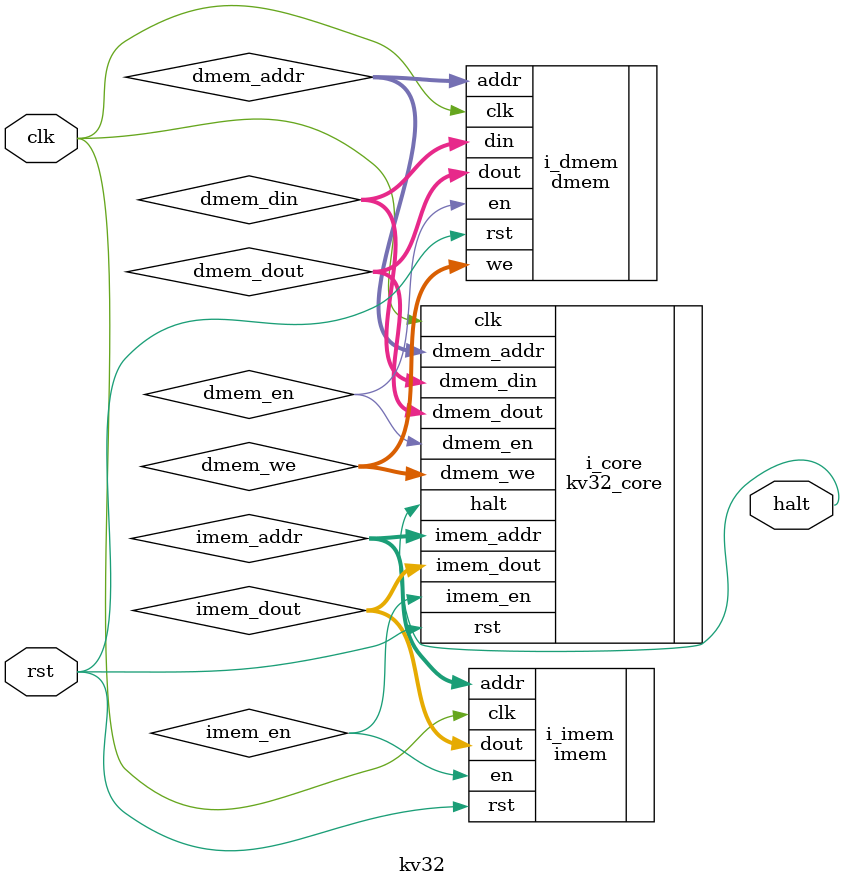
<source format=sv>
`timescale 1 ns / 1 ps
`default_nettype none

module kv32 (
    input var  clk,
    input var  rst,
    //
    output var halt
);

  logic [31:0] imem_addr;
  logic        imem_en;
  logic [31:0] imem_dout;

  logic [31:0] dmem_addr;
  logic        dmem_en;
  logic [ 3:0] dmem_we;
  logic [31:0] dmem_din;
  logic [31:0] dmem_dout;


  kv32_core #(
      .PC_INIT(32'h0000_1000)
  )i_core (
      .clk      (clk),
      .rst      (rst),
      //
      .imem_addr(imem_addr),
      .imem_en  (imem_en),
      .imem_dout(imem_dout),
      .dmem_addr(dmem_addr),
      //
      .dmem_en  (dmem_en),
      .dmem_we  (dmem_we),
      .dmem_din (dmem_din),
      .dmem_dout(dmem_dout),
      //
      .halt     (halt)
  );

  imem #(
      .INIT_FILE  ("imem.mem"),
      .MEMORY_SIZE(4096)
  ) i_imem (
      .clk (clk),
      .rst (rst),
      //
      .en  (imem_en),
      .addr(imem_addr),
      .dout(imem_dout)
  );

  dmem #(
      .MEMORY_SIZE(4096)
  ) i_dmem (
      .clk (clk),
      .rst (rst),
      //
      .en  (dmem_en),
      .we  (dmem_we),
      .addr(dmem_addr),
      .din (dmem_din),
      .dout(dmem_dout)
  );

endmodule

`default_nettype wire

</source>
